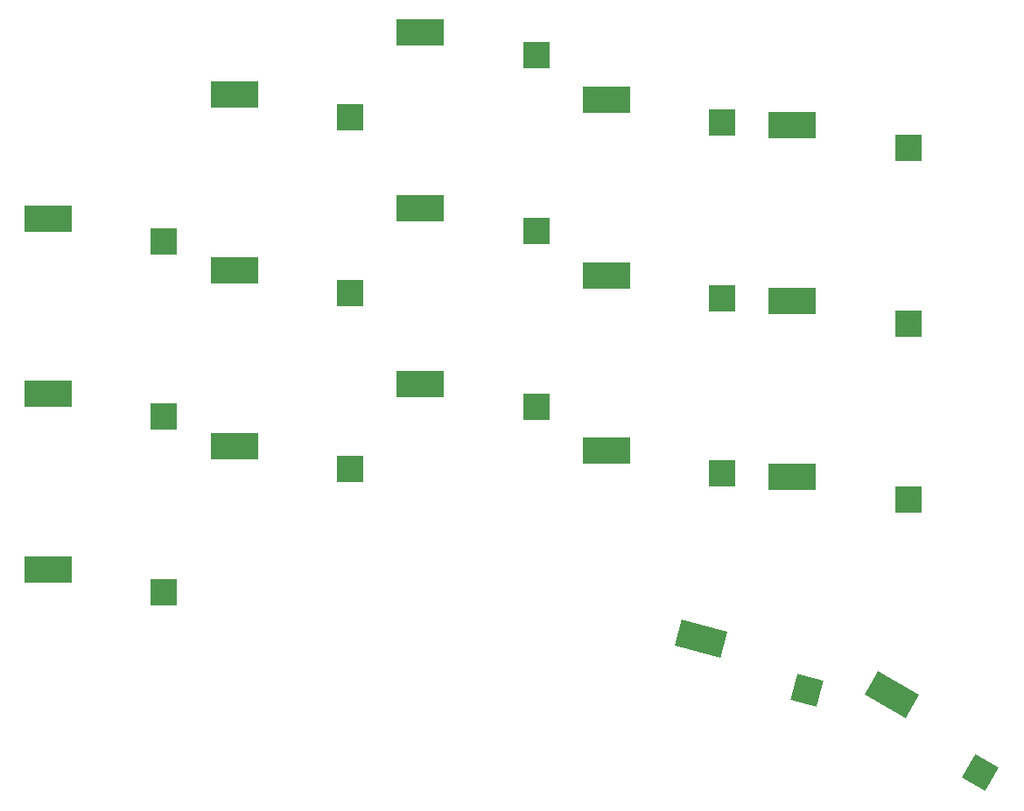
<source format=gbp>
G04 #@! TF.GenerationSoftware,KiCad,Pcbnew,7.0.6*
G04 #@! TF.CreationDate,2023-08-12T13:21:48+01:00*
G04 #@! TF.ProjectId,ferris_sweep,66657272-6973-45f7-9377-6565702e6b69,0.1*
G04 #@! TF.SameCoordinates,Original*
G04 #@! TF.FileFunction,Paste,Bot*
G04 #@! TF.FilePolarity,Positive*
%FSLAX46Y46*%
G04 Gerber Fmt 4.6, Leading zero omitted, Abs format (unit mm)*
G04 Created by KiCad (PCBNEW 7.0.6) date 2023-08-12 13:21:48*
%MOMM*%
%LPD*%
G01*
G04 APERTURE LIST*
G04 Aperture macros list*
%AMRotRect*
0 Rectangle, with rotation*
0 The origin of the aperture is its center*
0 $1 length*
0 $2 width*
0 $3 Rotation angle, in degrees counterclockwise*
0 Add horizontal line*
21,1,$1,$2,0,0,$3*%
G04 Aperture macros list end*
%ADD10R,2.600000X2.600000*%
%ADD11R,4.580000X2.600000*%
%ADD12RotRect,2.600000X2.600000X240.000000*%
%ADD13RotRect,2.600000X4.580000X240.000000*%
%ADD14RotRect,2.600000X2.600000X255.000000*%
%ADD15RotRect,2.600000X4.580000X255.000000*%
G04 APERTURE END LIST*
D10*
X110929546Y-109139471D03*
D11*
X99719546Y-106939471D03*
D12*
X153920804Y-144577642D03*
D13*
X145312659Y-137067386D03*
D10*
X74929542Y-127139972D03*
D11*
X63719542Y-124939972D03*
D10*
X128928544Y-98639470D03*
D11*
X117718544Y-96439470D03*
D10*
X146929546Y-101139475D03*
D11*
X135719546Y-98939475D03*
D10*
X74929542Y-93139972D03*
D11*
X63719542Y-90939972D03*
D10*
X92929547Y-115139974D03*
D11*
X81719547Y-112939974D03*
D10*
X110929543Y-75139473D03*
D11*
X99719543Y-72939473D03*
D10*
X146929546Y-84139472D03*
D11*
X135719546Y-81939472D03*
D10*
X74929542Y-110139972D03*
D11*
X63719542Y-107939972D03*
D10*
X128928544Y-115639471D03*
D11*
X117718544Y-113439471D03*
D10*
X92929547Y-98139968D03*
D11*
X81719547Y-95939968D03*
D10*
X128928547Y-81639475D03*
D11*
X117718547Y-79439475D03*
D14*
X137175480Y-136595765D03*
D15*
X126916854Y-131569367D03*
D10*
X110929546Y-92139470D03*
D11*
X99719546Y-89939470D03*
D10*
X146929549Y-118139469D03*
D11*
X135719549Y-115939469D03*
D10*
X92929545Y-81139973D03*
D11*
X81719545Y-78939973D03*
M02*

</source>
